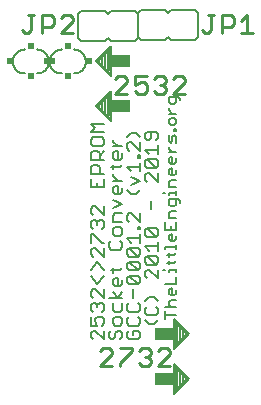
<source format=gbr>
G04 EAGLE Gerber RS-274X export*
G75*
%MOMM*%
%FSLAX34Y34*%
%LPD*%
%INSilkscreen Top*%
%IPPOS*%
%AMOC8*
5,1,8,0,0,1.08239X$1,22.5*%
G01*
%ADD10C,0.177800*%
%ADD11C,0.152400*%
%ADD12C,0.254000*%
%ADD13R,0.609600X0.609600*%
%ADD14C,0.127000*%
%ADD15R,1.905000X1.016000*%
%ADD16R,0.381000X1.778000*%
%ADD17R,0.254000X1.270000*%
%ADD18R,0.254000X0.762000*%
%ADD19R,0.254000X0.254000*%
%ADD20R,0.127000X0.254000*%
%ADD21R,0.127000X0.127000*%


D10*
X77851Y61517D02*
X77851Y54229D01*
X70563Y61517D01*
X68742Y61517D01*
X66920Y59695D01*
X66920Y56051D01*
X68742Y54229D01*
X66920Y65923D02*
X66920Y73211D01*
X66920Y65923D02*
X72385Y65923D01*
X70563Y69567D01*
X70563Y71389D01*
X72385Y73211D01*
X76029Y73211D01*
X77851Y71389D01*
X77851Y67745D01*
X76029Y65923D01*
X68742Y77617D02*
X66920Y79439D01*
X66920Y83083D01*
X68742Y84904D01*
X70563Y84904D01*
X72385Y83083D01*
X72385Y81261D01*
X72385Y83083D02*
X74207Y84904D01*
X76029Y84904D01*
X77851Y83083D01*
X77851Y79439D01*
X76029Y77617D01*
X77851Y89311D02*
X77851Y96598D01*
X77851Y89311D02*
X70563Y96598D01*
X68742Y96598D01*
X66920Y94777D01*
X66920Y91133D01*
X68742Y89311D01*
X72385Y101005D02*
X66920Y108292D01*
X72385Y101005D02*
X77851Y108292D01*
X66920Y112699D02*
X72385Y119986D01*
X77851Y112699D01*
X77851Y124393D02*
X77851Y131680D01*
X77851Y124393D02*
X70563Y131680D01*
X68742Y131680D01*
X66920Y129858D01*
X66920Y126215D01*
X68742Y124393D01*
X66920Y136087D02*
X66920Y143374D01*
X68742Y143374D01*
X76029Y136087D01*
X77851Y136087D01*
X68742Y147781D02*
X66920Y149603D01*
X66920Y153246D01*
X68742Y155068D01*
X70563Y155068D01*
X72385Y153246D01*
X72385Y151425D01*
X72385Y153246D02*
X74207Y155068D01*
X76029Y155068D01*
X77851Y153246D01*
X77851Y149603D01*
X76029Y147781D01*
X77851Y159475D02*
X77851Y166762D01*
X77851Y159475D02*
X70563Y166762D01*
X68742Y166762D01*
X66920Y164940D01*
X66920Y161297D01*
X68742Y159475D01*
X66920Y182863D02*
X66920Y190150D01*
X66920Y182863D02*
X77851Y182863D01*
X77851Y190150D01*
X72385Y186506D02*
X72385Y182863D01*
X66920Y194557D02*
X77851Y194557D01*
X66920Y194557D02*
X66920Y200022D01*
X68742Y201844D01*
X72385Y201844D01*
X74207Y200022D01*
X74207Y194557D01*
X77851Y206251D02*
X66920Y206251D01*
X66920Y211716D01*
X68742Y213538D01*
X72385Y213538D01*
X74207Y211716D01*
X74207Y206251D01*
X74207Y209894D02*
X77851Y213538D01*
X66920Y219766D02*
X66920Y223410D01*
X66920Y219766D02*
X68742Y217945D01*
X76029Y217945D01*
X77851Y219766D01*
X77851Y223410D01*
X76029Y225232D01*
X68742Y225232D01*
X66920Y223410D01*
X66920Y229639D02*
X77851Y229639D01*
X70563Y233282D02*
X66920Y229639D01*
X70563Y233282D02*
X66920Y236926D01*
X77851Y236926D01*
X83982Y61517D02*
X82160Y59695D01*
X82160Y56051D01*
X83982Y54229D01*
X85803Y54229D01*
X87625Y56051D01*
X87625Y59695D01*
X89447Y61517D01*
X91269Y61517D01*
X93091Y59695D01*
X93091Y56051D01*
X91269Y54229D01*
X93091Y67745D02*
X93091Y71389D01*
X91269Y73211D01*
X87625Y73211D01*
X85803Y71389D01*
X85803Y67745D01*
X87625Y65923D01*
X91269Y65923D01*
X93091Y67745D01*
X85803Y79439D02*
X85803Y84904D01*
X85803Y79439D02*
X87625Y77617D01*
X91269Y77617D01*
X93091Y79439D01*
X93091Y84904D01*
X93091Y89311D02*
X82160Y89311D01*
X89447Y89311D02*
X93091Y94777D01*
X89447Y89311D02*
X85803Y94777D01*
X93091Y100878D02*
X93091Y104522D01*
X93091Y100878D02*
X91269Y99056D01*
X87625Y99056D01*
X85803Y100878D01*
X85803Y104522D01*
X87625Y106343D01*
X89447Y106343D01*
X89447Y99056D01*
X91269Y112572D02*
X83982Y112572D01*
X91269Y112572D02*
X93091Y114394D01*
X85803Y114394D02*
X85803Y110750D01*
X82160Y135705D02*
X83982Y137527D01*
X82160Y135705D02*
X82160Y132062D01*
X83982Y130240D01*
X91269Y130240D01*
X93091Y132062D01*
X93091Y135705D01*
X91269Y137527D01*
X93091Y143756D02*
X93091Y147399D01*
X91269Y149221D01*
X87625Y149221D01*
X85803Y147399D01*
X85803Y143756D01*
X87625Y141934D01*
X91269Y141934D01*
X93091Y143756D01*
X93091Y153628D02*
X85803Y153628D01*
X85803Y159093D01*
X87625Y160915D01*
X93091Y160915D01*
X93091Y168965D02*
X85803Y165322D01*
X85803Y172609D02*
X93091Y168965D01*
X93091Y178838D02*
X93091Y182481D01*
X93091Y178838D02*
X91269Y177016D01*
X87625Y177016D01*
X85803Y178838D01*
X85803Y182481D01*
X87625Y184303D01*
X89447Y184303D01*
X89447Y177016D01*
X93091Y188710D02*
X85803Y188710D01*
X85803Y192353D02*
X89447Y188710D01*
X85803Y192353D02*
X85803Y194175D01*
X83982Y200276D02*
X91269Y200276D01*
X93091Y202098D01*
X85803Y202098D02*
X85803Y198455D01*
X93091Y208072D02*
X93091Y211716D01*
X93091Y208072D02*
X91269Y206251D01*
X87625Y206251D01*
X85803Y208072D01*
X85803Y211716D01*
X87625Y213538D01*
X89447Y213538D01*
X89447Y206251D01*
X93091Y217945D02*
X85803Y217945D01*
X85803Y221588D02*
X89447Y217945D01*
X85803Y221588D02*
X85803Y223410D01*
X99222Y61517D02*
X97400Y59695D01*
X97400Y56051D01*
X99222Y54229D01*
X106509Y54229D01*
X108331Y56051D01*
X108331Y59695D01*
X106509Y61517D01*
X102865Y61517D01*
X102865Y57873D01*
X97400Y71389D02*
X99222Y73211D01*
X97400Y71389D02*
X97400Y67745D01*
X99222Y65923D01*
X106509Y65923D01*
X108331Y67745D01*
X108331Y71389D01*
X106509Y73211D01*
X97400Y83083D02*
X99222Y84904D01*
X97400Y83083D02*
X97400Y79439D01*
X99222Y77617D01*
X106509Y77617D01*
X108331Y79439D01*
X108331Y83083D01*
X106509Y84904D01*
X102865Y89311D02*
X102865Y96598D01*
X99222Y101005D02*
X106509Y101005D01*
X99222Y101005D02*
X97400Y102827D01*
X97400Y106471D01*
X99222Y108292D01*
X106509Y108292D01*
X108331Y106471D01*
X108331Y102827D01*
X106509Y101005D01*
X99222Y108292D01*
X99222Y112699D02*
X106509Y112699D01*
X99222Y112699D02*
X97400Y114521D01*
X97400Y118165D01*
X99222Y119986D01*
X106509Y119986D01*
X108331Y118165D01*
X108331Y114521D01*
X106509Y112699D01*
X99222Y119986D01*
X99222Y124393D02*
X106509Y124393D01*
X99222Y124393D02*
X97400Y126215D01*
X97400Y129858D01*
X99222Y131680D01*
X106509Y131680D01*
X108331Y129858D01*
X108331Y126215D01*
X106509Y124393D01*
X99222Y131680D01*
X101043Y136087D02*
X97400Y139731D01*
X108331Y139731D01*
X108331Y143374D02*
X108331Y136087D01*
X108331Y147781D02*
X106509Y147781D01*
X106509Y149603D01*
X108331Y149603D01*
X108331Y147781D01*
X108331Y153628D02*
X108331Y160915D01*
X108331Y153628D02*
X101043Y160915D01*
X99222Y160915D01*
X97400Y159093D01*
X97400Y155450D01*
X99222Y153628D01*
X104687Y177016D02*
X108331Y180659D01*
X104687Y177016D02*
X101043Y177016D01*
X97400Y180659D01*
X101043Y184812D02*
X108331Y188455D01*
X101043Y192099D01*
X101043Y196506D02*
X97400Y200149D01*
X108331Y200149D01*
X108331Y196506D02*
X108331Y203793D01*
X108331Y208200D02*
X106509Y208200D01*
X106509Y210021D01*
X108331Y210021D01*
X108331Y208200D01*
X108331Y214047D02*
X108331Y221334D01*
X108331Y214047D02*
X101043Y221334D01*
X99222Y221334D01*
X97400Y219512D01*
X97400Y215868D01*
X99222Y214047D01*
X108331Y225741D02*
X104687Y229384D01*
X101043Y229384D01*
X97400Y225741D01*
X123571Y70573D02*
X119927Y66929D01*
X116283Y66929D01*
X112640Y70573D01*
X112640Y80191D02*
X114462Y82013D01*
X112640Y80191D02*
X112640Y76547D01*
X114462Y74725D01*
X121749Y74725D01*
X123571Y76547D01*
X123571Y80191D01*
X121749Y82013D01*
X123571Y86419D02*
X119927Y90063D01*
X116283Y90063D01*
X112640Y86419D01*
X123571Y105909D02*
X123571Y113196D01*
X123571Y105909D02*
X116283Y113196D01*
X114462Y113196D01*
X112640Y111375D01*
X112640Y107731D01*
X114462Y105909D01*
X114462Y117603D02*
X121749Y117603D01*
X114462Y117603D02*
X112640Y119425D01*
X112640Y123069D01*
X114462Y124890D01*
X121749Y124890D01*
X123571Y123069D01*
X123571Y119425D01*
X121749Y117603D01*
X114462Y124890D01*
X116283Y129297D02*
X112640Y132941D01*
X123571Y132941D01*
X123571Y136584D02*
X123571Y129297D01*
X121749Y140991D02*
X114462Y140991D01*
X112640Y142813D01*
X112640Y146456D01*
X114462Y148278D01*
X121749Y148278D01*
X123571Y146456D01*
X123571Y142813D01*
X121749Y140991D01*
X114462Y148278D01*
X118105Y164379D02*
X118105Y171666D01*
X123571Y187767D02*
X123571Y195054D01*
X123571Y187767D02*
X116283Y195054D01*
X114462Y195054D01*
X112640Y193232D01*
X112640Y189589D01*
X114462Y187767D01*
X114462Y199461D02*
X121749Y199461D01*
X114462Y199461D02*
X112640Y201283D01*
X112640Y204926D01*
X114462Y206748D01*
X121749Y206748D01*
X123571Y204926D01*
X123571Y201283D01*
X121749Y199461D01*
X114462Y206748D01*
X116283Y211155D02*
X112640Y214798D01*
X123571Y214798D01*
X123571Y211155D02*
X123571Y218442D01*
X121749Y222849D02*
X123571Y224670D01*
X123571Y228314D01*
X121749Y230136D01*
X114462Y230136D01*
X112640Y228314D01*
X112640Y224670D01*
X114462Y222849D01*
X116283Y222849D01*
X118105Y224670D01*
X118105Y230136D01*
D11*
X129786Y74933D02*
X138938Y74933D01*
X129786Y77983D02*
X129786Y71882D01*
X129786Y81705D02*
X138938Y81705D01*
X134362Y81705D02*
X132837Y83230D01*
X132837Y86281D01*
X134362Y87806D01*
X138938Y87806D01*
X138938Y93053D02*
X138938Y96104D01*
X138938Y93053D02*
X137413Y91528D01*
X134362Y91528D01*
X132837Y93053D01*
X132837Y96104D01*
X134362Y97629D01*
X135887Y97629D01*
X135887Y91528D01*
X138938Y101351D02*
X129786Y101351D01*
X138938Y101351D02*
X138938Y107452D01*
X132837Y111174D02*
X132837Y112699D01*
X138938Y112699D01*
X138938Y111174D02*
X138938Y114224D01*
X129786Y112699D02*
X128261Y112699D01*
X131312Y119248D02*
X137413Y119248D01*
X138938Y120773D01*
X132837Y120773D02*
X132837Y117722D01*
X131312Y125796D02*
X137413Y125796D01*
X138938Y127322D01*
X132837Y127322D02*
X132837Y124271D01*
X129786Y130820D02*
X129786Y132345D01*
X138938Y132345D01*
X138938Y130820D02*
X138938Y133870D01*
X138938Y138894D02*
X138938Y141944D01*
X138938Y138894D02*
X137413Y137368D01*
X134362Y137368D01*
X132837Y138894D01*
X132837Y141944D01*
X134362Y143469D01*
X135887Y143469D01*
X135887Y137368D01*
X129786Y147191D02*
X129786Y153292D01*
X129786Y147191D02*
X138938Y147191D01*
X138938Y153292D01*
X134362Y150242D02*
X134362Y147191D01*
X132837Y157014D02*
X138938Y157014D01*
X132837Y157014D02*
X132837Y161590D01*
X134362Y163115D01*
X138938Y163115D01*
X141989Y169888D02*
X141989Y171413D01*
X140463Y172938D01*
X132837Y172938D01*
X132837Y168362D01*
X134362Y166837D01*
X137413Y166837D01*
X138938Y168362D01*
X138938Y172938D01*
X132837Y176660D02*
X132837Y178185D01*
X138938Y178185D01*
X138938Y176660D02*
X138938Y179711D01*
X129786Y178185D02*
X128261Y178185D01*
X132837Y183209D02*
X138938Y183209D01*
X132837Y183209D02*
X132837Y187785D01*
X134362Y189310D01*
X138938Y189310D01*
X138938Y194557D02*
X138938Y197607D01*
X138938Y194557D02*
X137413Y193032D01*
X134362Y193032D01*
X132837Y194557D01*
X132837Y197607D01*
X134362Y199133D01*
X135887Y199133D01*
X135887Y193032D01*
X138938Y204380D02*
X138938Y207430D01*
X138938Y204380D02*
X137413Y202855D01*
X134362Y202855D01*
X132837Y204380D01*
X132837Y207430D01*
X134362Y208956D01*
X135887Y208956D01*
X135887Y202855D01*
X138938Y212677D02*
X132837Y212677D01*
X135887Y212677D02*
X132837Y215728D01*
X132837Y217253D01*
X138938Y220863D02*
X138938Y225439D01*
X137413Y226964D01*
X135887Y225439D01*
X135887Y222389D01*
X134362Y220863D01*
X132837Y222389D01*
X132837Y226964D01*
X137413Y230686D02*
X138938Y230686D01*
X137413Y230686D02*
X137413Y232211D01*
X138938Y232211D01*
X138938Y230686D01*
X138938Y237123D02*
X138938Y240174D01*
X137413Y241699D01*
X134362Y241699D01*
X132837Y240174D01*
X132837Y237123D01*
X134362Y235598D01*
X137413Y235598D01*
X138938Y237123D01*
X138938Y245421D02*
X132837Y245421D01*
X135887Y245421D02*
X132837Y248471D01*
X132837Y249996D01*
X141989Y256657D02*
X141989Y258182D01*
X140463Y259708D01*
X132837Y259708D01*
X132837Y255132D01*
X134362Y253606D01*
X137413Y253606D01*
X138938Y255132D01*
X138938Y259708D01*
D12*
X11432Y313690D02*
X8890Y316232D01*
X11432Y313690D02*
X13974Y313690D01*
X16517Y316232D01*
X16517Y328943D01*
X19059Y328943D02*
X13974Y328943D01*
X25262Y328943D02*
X25262Y313690D01*
X25262Y328943D02*
X32888Y328943D01*
X35430Y326401D01*
X35430Y321317D01*
X32888Y318774D01*
X25262Y318774D01*
X41633Y313690D02*
X51802Y313690D01*
X41633Y313690D02*
X51802Y323859D01*
X51802Y326401D01*
X49260Y328943D01*
X44175Y328943D01*
X41633Y326401D01*
X161290Y316232D02*
X163832Y313690D01*
X166374Y313690D01*
X168917Y316232D01*
X168917Y328943D01*
X171459Y328943D02*
X166374Y328943D01*
X177662Y328943D02*
X177662Y313690D01*
X177662Y328943D02*
X185288Y328943D01*
X187830Y326401D01*
X187830Y321317D01*
X185288Y318774D01*
X177662Y318774D01*
X194033Y323859D02*
X199117Y328943D01*
X199117Y313690D01*
X194033Y313690D02*
X204202Y313690D01*
D11*
X21082Y299720D02*
X21329Y299717D01*
X21577Y299708D01*
X21824Y299693D01*
X22070Y299672D01*
X22316Y299645D01*
X22561Y299612D01*
X22806Y299573D01*
X23049Y299528D01*
X23291Y299477D01*
X23532Y299420D01*
X23771Y299358D01*
X24009Y299289D01*
X24245Y299215D01*
X24479Y299135D01*
X24711Y299050D01*
X24941Y298958D01*
X25169Y298862D01*
X25394Y298759D01*
X25617Y298652D01*
X25837Y298538D01*
X26054Y298420D01*
X26269Y298296D01*
X26480Y298167D01*
X26688Y298033D01*
X26893Y297894D01*
X27094Y297750D01*
X27292Y297602D01*
X27486Y297448D01*
X27676Y297290D01*
X27862Y297127D01*
X28044Y296960D01*
X28222Y296788D01*
X28396Y296612D01*
X28566Y296432D01*
X28731Y296247D01*
X28891Y296059D01*
X29047Y295867D01*
X29199Y295671D01*
X29345Y295472D01*
X29487Y295269D01*
X29623Y295062D01*
X29755Y294853D01*
X29881Y294640D01*
X30002Y294424D01*
X30118Y294206D01*
X30228Y293984D01*
X30333Y293760D01*
X30433Y293534D01*
X30527Y293305D01*
X30615Y293074D01*
X30698Y292840D01*
X30775Y292605D01*
X30846Y292368D01*
X30912Y292130D01*
X30971Y291890D01*
X31025Y291648D01*
X31073Y291405D01*
X31115Y291162D01*
X31151Y290917D01*
X31181Y290671D01*
X31205Y290425D01*
X31223Y290178D01*
X31235Y289931D01*
X31241Y289684D01*
X31241Y289436D01*
X31235Y289189D01*
X31223Y288942D01*
X31205Y288695D01*
X31181Y288449D01*
X31151Y288203D01*
X31115Y287958D01*
X31073Y287715D01*
X31025Y287472D01*
X30971Y287230D01*
X30912Y286990D01*
X30846Y286752D01*
X30775Y286515D01*
X30698Y286280D01*
X30615Y286046D01*
X30527Y285815D01*
X30433Y285586D01*
X30333Y285360D01*
X30228Y285136D01*
X30118Y284914D01*
X30002Y284696D01*
X29881Y284480D01*
X29755Y284267D01*
X29623Y284058D01*
X29487Y283851D01*
X29345Y283648D01*
X29199Y283449D01*
X29047Y283253D01*
X28891Y283061D01*
X28731Y282873D01*
X28566Y282688D01*
X28396Y282508D01*
X28222Y282332D01*
X28044Y282160D01*
X27862Y281993D01*
X27676Y281830D01*
X27486Y281672D01*
X27292Y281518D01*
X27094Y281370D01*
X26893Y281226D01*
X26688Y281087D01*
X26480Y280953D01*
X26269Y280824D01*
X26054Y280700D01*
X25837Y280582D01*
X25617Y280468D01*
X25394Y280361D01*
X25169Y280258D01*
X24941Y280162D01*
X24711Y280070D01*
X24479Y279985D01*
X24245Y279905D01*
X24009Y279831D01*
X23771Y279762D01*
X23532Y279700D01*
X23291Y279643D01*
X23049Y279592D01*
X22806Y279547D01*
X22561Y279508D01*
X22316Y279475D01*
X22070Y279448D01*
X21824Y279427D01*
X21577Y279412D01*
X21329Y279403D01*
X21082Y279400D01*
X10922Y279400D02*
X10675Y279403D01*
X10427Y279412D01*
X10180Y279427D01*
X9934Y279448D01*
X9688Y279475D01*
X9443Y279508D01*
X9198Y279547D01*
X8955Y279592D01*
X8713Y279643D01*
X8472Y279700D01*
X8233Y279762D01*
X7995Y279831D01*
X7759Y279905D01*
X7525Y279985D01*
X7293Y280070D01*
X7063Y280162D01*
X6835Y280258D01*
X6610Y280361D01*
X6387Y280468D01*
X6167Y280582D01*
X5950Y280700D01*
X5735Y280824D01*
X5524Y280953D01*
X5316Y281087D01*
X5111Y281226D01*
X4910Y281370D01*
X4712Y281518D01*
X4518Y281672D01*
X4328Y281830D01*
X4142Y281993D01*
X3960Y282160D01*
X3782Y282332D01*
X3608Y282508D01*
X3438Y282688D01*
X3273Y282873D01*
X3113Y283061D01*
X2957Y283253D01*
X2805Y283449D01*
X2659Y283648D01*
X2517Y283851D01*
X2381Y284058D01*
X2249Y284267D01*
X2123Y284480D01*
X2002Y284696D01*
X1886Y284914D01*
X1776Y285136D01*
X1671Y285360D01*
X1571Y285586D01*
X1477Y285815D01*
X1389Y286046D01*
X1306Y286280D01*
X1229Y286515D01*
X1158Y286752D01*
X1092Y286990D01*
X1033Y287230D01*
X979Y287472D01*
X931Y287715D01*
X889Y287958D01*
X853Y288203D01*
X823Y288449D01*
X799Y288695D01*
X781Y288942D01*
X769Y289189D01*
X763Y289436D01*
X763Y289684D01*
X769Y289931D01*
X781Y290178D01*
X799Y290425D01*
X823Y290671D01*
X853Y290917D01*
X889Y291162D01*
X931Y291405D01*
X979Y291648D01*
X1033Y291890D01*
X1092Y292130D01*
X1158Y292368D01*
X1229Y292605D01*
X1306Y292840D01*
X1389Y293074D01*
X1477Y293305D01*
X1571Y293534D01*
X1671Y293760D01*
X1776Y293984D01*
X1886Y294206D01*
X2002Y294424D01*
X2123Y294640D01*
X2249Y294853D01*
X2381Y295062D01*
X2517Y295269D01*
X2659Y295472D01*
X2805Y295671D01*
X2957Y295867D01*
X3113Y296059D01*
X3273Y296247D01*
X3438Y296432D01*
X3608Y296612D01*
X3782Y296788D01*
X3960Y296960D01*
X4142Y297127D01*
X4328Y297290D01*
X4518Y297448D01*
X4712Y297602D01*
X4910Y297750D01*
X5111Y297894D01*
X5316Y298033D01*
X5524Y298167D01*
X5735Y298296D01*
X5950Y298420D01*
X6167Y298538D01*
X6387Y298652D01*
X6610Y298759D01*
X6835Y298862D01*
X7063Y298958D01*
X7293Y299050D01*
X7525Y299135D01*
X7759Y299215D01*
X7995Y299289D01*
X8233Y299358D01*
X8472Y299420D01*
X8713Y299477D01*
X8955Y299528D01*
X9198Y299573D01*
X9443Y299612D01*
X9688Y299645D01*
X9934Y299672D01*
X10180Y299693D01*
X10427Y299708D01*
X10675Y299717D01*
X10922Y299720D01*
D13*
X33782Y289560D03*
X-1778Y289560D03*
X16002Y302260D03*
X16002Y276860D03*
D12*
X87630Y262382D02*
X97799Y262382D01*
X87630Y262382D02*
X97799Y272551D01*
X97799Y275093D01*
X95257Y277635D01*
X90172Y277635D01*
X87630Y275093D01*
X104002Y277635D02*
X114170Y277635D01*
X104002Y277635D02*
X104002Y270009D01*
X109086Y272551D01*
X111628Y272551D01*
X114170Y270009D01*
X114170Y264924D01*
X111628Y262382D01*
X106544Y262382D01*
X104002Y264924D01*
X120373Y275093D02*
X122915Y277635D01*
X128000Y277635D01*
X130542Y275093D01*
X130542Y272551D01*
X128000Y270009D01*
X125457Y270009D01*
X128000Y270009D02*
X130542Y267466D01*
X130542Y264924D01*
X128000Y262382D01*
X122915Y262382D01*
X120373Y264924D01*
X136745Y262382D02*
X146913Y262382D01*
X136745Y262382D02*
X146913Y272551D01*
X146913Y275093D01*
X144371Y277635D01*
X139287Y277635D01*
X136745Y275093D01*
D11*
X52324Y279400D02*
X52571Y279403D01*
X52819Y279412D01*
X53066Y279427D01*
X53312Y279448D01*
X53558Y279475D01*
X53803Y279508D01*
X54048Y279547D01*
X54291Y279592D01*
X54533Y279643D01*
X54774Y279700D01*
X55013Y279762D01*
X55251Y279831D01*
X55487Y279905D01*
X55721Y279985D01*
X55953Y280070D01*
X56183Y280162D01*
X56411Y280258D01*
X56636Y280361D01*
X56859Y280468D01*
X57079Y280582D01*
X57296Y280700D01*
X57511Y280824D01*
X57722Y280953D01*
X57930Y281087D01*
X58135Y281226D01*
X58336Y281370D01*
X58534Y281518D01*
X58728Y281672D01*
X58918Y281830D01*
X59104Y281993D01*
X59286Y282160D01*
X59464Y282332D01*
X59638Y282508D01*
X59808Y282688D01*
X59973Y282873D01*
X60133Y283061D01*
X60289Y283253D01*
X60441Y283449D01*
X60587Y283648D01*
X60729Y283851D01*
X60865Y284058D01*
X60997Y284267D01*
X61123Y284480D01*
X61244Y284696D01*
X61360Y284914D01*
X61470Y285136D01*
X61575Y285360D01*
X61675Y285586D01*
X61769Y285815D01*
X61857Y286046D01*
X61940Y286280D01*
X62017Y286515D01*
X62088Y286752D01*
X62154Y286990D01*
X62213Y287230D01*
X62267Y287472D01*
X62315Y287715D01*
X62357Y287958D01*
X62393Y288203D01*
X62423Y288449D01*
X62447Y288695D01*
X62465Y288942D01*
X62477Y289189D01*
X62483Y289436D01*
X62483Y289684D01*
X62477Y289931D01*
X62465Y290178D01*
X62447Y290425D01*
X62423Y290671D01*
X62393Y290917D01*
X62357Y291162D01*
X62315Y291405D01*
X62267Y291648D01*
X62213Y291890D01*
X62154Y292130D01*
X62088Y292368D01*
X62017Y292605D01*
X61940Y292840D01*
X61857Y293074D01*
X61769Y293305D01*
X61675Y293534D01*
X61575Y293760D01*
X61470Y293984D01*
X61360Y294206D01*
X61244Y294424D01*
X61123Y294640D01*
X60997Y294853D01*
X60865Y295062D01*
X60729Y295269D01*
X60587Y295472D01*
X60441Y295671D01*
X60289Y295867D01*
X60133Y296059D01*
X59973Y296247D01*
X59808Y296432D01*
X59638Y296612D01*
X59464Y296788D01*
X59286Y296960D01*
X59104Y297127D01*
X58918Y297290D01*
X58728Y297448D01*
X58534Y297602D01*
X58336Y297750D01*
X58135Y297894D01*
X57930Y298033D01*
X57722Y298167D01*
X57511Y298296D01*
X57296Y298420D01*
X57079Y298538D01*
X56859Y298652D01*
X56636Y298759D01*
X56411Y298862D01*
X56183Y298958D01*
X55953Y299050D01*
X55721Y299135D01*
X55487Y299215D01*
X55251Y299289D01*
X55013Y299358D01*
X54774Y299420D01*
X54533Y299477D01*
X54291Y299528D01*
X54048Y299573D01*
X53803Y299612D01*
X53558Y299645D01*
X53312Y299672D01*
X53066Y299693D01*
X52819Y299708D01*
X52571Y299717D01*
X52324Y299720D01*
X42164Y299720D02*
X41917Y299717D01*
X41669Y299708D01*
X41422Y299693D01*
X41176Y299672D01*
X40930Y299645D01*
X40685Y299612D01*
X40440Y299573D01*
X40197Y299528D01*
X39955Y299477D01*
X39714Y299420D01*
X39475Y299358D01*
X39237Y299289D01*
X39001Y299215D01*
X38767Y299135D01*
X38535Y299050D01*
X38305Y298958D01*
X38077Y298862D01*
X37852Y298759D01*
X37629Y298652D01*
X37409Y298538D01*
X37192Y298420D01*
X36977Y298296D01*
X36766Y298167D01*
X36558Y298033D01*
X36353Y297894D01*
X36152Y297750D01*
X35954Y297602D01*
X35760Y297448D01*
X35570Y297290D01*
X35384Y297127D01*
X35202Y296960D01*
X35024Y296788D01*
X34850Y296612D01*
X34680Y296432D01*
X34515Y296247D01*
X34355Y296059D01*
X34199Y295867D01*
X34047Y295671D01*
X33901Y295472D01*
X33759Y295269D01*
X33623Y295062D01*
X33491Y294853D01*
X33365Y294640D01*
X33244Y294424D01*
X33128Y294206D01*
X33018Y293984D01*
X32913Y293760D01*
X32813Y293534D01*
X32719Y293305D01*
X32631Y293074D01*
X32548Y292840D01*
X32471Y292605D01*
X32400Y292368D01*
X32334Y292130D01*
X32275Y291890D01*
X32221Y291648D01*
X32173Y291405D01*
X32131Y291162D01*
X32095Y290917D01*
X32065Y290671D01*
X32041Y290425D01*
X32023Y290178D01*
X32011Y289931D01*
X32005Y289684D01*
X32005Y289436D01*
X32011Y289189D01*
X32023Y288942D01*
X32041Y288695D01*
X32065Y288449D01*
X32095Y288203D01*
X32131Y287958D01*
X32173Y287715D01*
X32221Y287472D01*
X32275Y287230D01*
X32334Y286990D01*
X32400Y286752D01*
X32471Y286515D01*
X32548Y286280D01*
X32631Y286046D01*
X32719Y285815D01*
X32813Y285586D01*
X32913Y285360D01*
X33018Y285136D01*
X33128Y284914D01*
X33244Y284696D01*
X33365Y284480D01*
X33491Y284267D01*
X33623Y284058D01*
X33759Y283851D01*
X33901Y283648D01*
X34047Y283449D01*
X34199Y283253D01*
X34355Y283061D01*
X34515Y282873D01*
X34680Y282688D01*
X34850Y282508D01*
X35024Y282332D01*
X35202Y282160D01*
X35384Y281993D01*
X35570Y281830D01*
X35760Y281672D01*
X35954Y281518D01*
X36152Y281370D01*
X36353Y281226D01*
X36558Y281087D01*
X36766Y280953D01*
X36977Y280824D01*
X37192Y280700D01*
X37409Y280582D01*
X37629Y280468D01*
X37852Y280361D01*
X38077Y280258D01*
X38305Y280162D01*
X38535Y280070D01*
X38767Y279985D01*
X39001Y279905D01*
X39237Y279831D01*
X39475Y279762D01*
X39714Y279700D01*
X39955Y279643D01*
X40197Y279592D01*
X40440Y279547D01*
X40685Y279508D01*
X40930Y279475D01*
X41176Y279448D01*
X41422Y279427D01*
X41669Y279412D01*
X41917Y279403D01*
X42164Y279400D01*
D13*
X65024Y289560D03*
X29464Y289560D03*
X47244Y302260D03*
X47244Y276860D03*
D12*
X74930Y32004D02*
X85099Y32004D01*
X74930Y32004D02*
X85099Y42173D01*
X85099Y44715D01*
X82557Y47257D01*
X77472Y47257D01*
X74930Y44715D01*
X91302Y47257D02*
X101470Y47257D01*
X101470Y44715D01*
X91302Y34546D01*
X91302Y32004D01*
X107673Y44715D02*
X110215Y47257D01*
X115300Y47257D01*
X117842Y44715D01*
X117842Y42173D01*
X115300Y39631D01*
X112757Y39631D01*
X115300Y39631D02*
X117842Y37088D01*
X117842Y34546D01*
X115300Y32004D01*
X110215Y32004D01*
X107673Y34546D01*
X124045Y32004D02*
X134213Y32004D01*
X124045Y32004D02*
X134213Y42173D01*
X134213Y44715D01*
X131671Y47257D01*
X126587Y47257D01*
X124045Y44715D01*
D11*
X132080Y330200D02*
X134620Y332740D01*
X132080Y330200D02*
X129540Y332740D01*
X132080Y309880D02*
X134620Y307340D01*
X132080Y309880D02*
X129540Y307340D01*
X109220Y307340D01*
X106680Y309880D01*
X154940Y307340D02*
X157480Y309880D01*
X154940Y307340D02*
X134620Y307340D01*
X157480Y309880D02*
X157480Y330200D01*
X154940Y332740D01*
X134620Y332740D01*
X129540Y332740D02*
X109220Y332740D01*
X106680Y330200D01*
X106680Y309880D01*
X83566Y332486D02*
X81026Y329946D01*
X78486Y332486D01*
X81026Y309626D02*
X83566Y307086D01*
X81026Y309626D02*
X78486Y307086D01*
X58166Y307086D01*
X55626Y309626D01*
X103886Y307086D02*
X106426Y309626D01*
X103886Y307086D02*
X83566Y307086D01*
X106426Y309626D02*
X106426Y329946D01*
X103886Y332486D01*
X83566Y332486D01*
X78486Y332486D02*
X58166Y332486D01*
X55626Y329946D01*
X55626Y309626D01*
X83820Y302260D02*
X83820Y276860D01*
X71120Y289560D02*
X83820Y302260D01*
X71120Y289560D02*
X83820Y276860D01*
D14*
X72390Y289814D02*
X82804Y300228D01*
X72390Y289814D02*
X83312Y278892D01*
D15*
X90805Y289560D03*
D16*
X81915Y289560D03*
D17*
X78740Y289560D03*
D18*
X76200Y289560D03*
D19*
X73660Y289560D03*
D20*
X83185Y279400D03*
D21*
X81915Y280035D03*
X79375Y282575D03*
X76835Y285115D03*
X74295Y287655D03*
X74295Y291465D03*
X76835Y294005D03*
X79375Y296545D03*
D20*
X83185Y299720D03*
D21*
X81915Y299085D03*
D11*
X83820Y264160D02*
X83820Y238760D01*
X71120Y251460D02*
X83820Y264160D01*
X71120Y251460D02*
X83820Y238760D01*
D14*
X72390Y251714D02*
X82804Y262128D01*
X72390Y251714D02*
X83312Y240792D01*
D15*
X90805Y251460D03*
D16*
X81915Y251460D03*
D17*
X78740Y251460D03*
D18*
X76200Y251460D03*
D19*
X73660Y251460D03*
D20*
X83185Y241300D03*
D21*
X81915Y241935D03*
X79375Y244475D03*
X76835Y247015D03*
X74295Y249555D03*
X74295Y253365D03*
X76835Y255905D03*
X79375Y258445D03*
D20*
X83185Y261620D03*
D21*
X81915Y260985D03*
D11*
X137160Y71120D02*
X137160Y45720D01*
X149860Y58420D01*
X137160Y71120D01*
D14*
X138176Y69088D02*
X148590Y58674D01*
X138176Y48260D01*
D15*
X130175Y58420D03*
D16*
X139065Y58420D03*
D17*
X142240Y58420D03*
D18*
X144780Y58420D03*
D19*
X147320Y58420D03*
D20*
X137795Y68580D03*
D21*
X139065Y67945D03*
X141605Y65405D03*
X144145Y62865D03*
X146685Y60325D03*
X146685Y56515D03*
X144145Y53975D03*
X141605Y51435D03*
D20*
X137795Y48260D03*
D21*
X139065Y48895D03*
D11*
X137160Y33020D02*
X137160Y7620D01*
X149860Y20320D01*
X137160Y33020D01*
D14*
X138176Y30988D02*
X148590Y20574D01*
X138176Y10160D01*
D15*
X130175Y20320D03*
D16*
X139065Y20320D03*
D17*
X142240Y20320D03*
D18*
X144780Y20320D03*
D19*
X147320Y20320D03*
D20*
X137795Y30480D03*
D21*
X139065Y29845D03*
X141605Y27305D03*
X144145Y24765D03*
X146685Y22225D03*
X146685Y18415D03*
X144145Y15875D03*
X141605Y13335D03*
D20*
X137795Y10160D03*
D21*
X139065Y10795D03*
M02*

</source>
